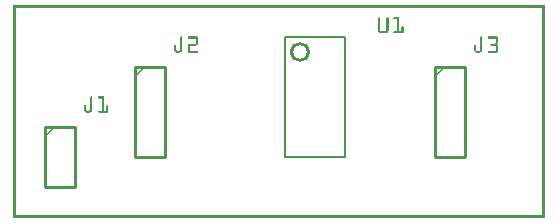
<source format=gto>
G04 MADE WITH FRITZING*
G04 WWW.FRITZING.ORG*
G04 DOUBLE SIDED*
G04 HOLES PLATED*
G04 CONTOUR ON CENTER OF CONTOUR VECTOR*
%ASAXBY*%
%FSLAX23Y23*%
%MOIN*%
%OFA0B0*%
%SFA1.0B1.0*%
%ADD10C,0.066567X0.046567*%
%ADD11C,0.010000*%
%ADD12C,0.008000*%
%ADD13R,0.001000X0.001000*%
%LNSILK1*%
G90*
G70*
G54D10*
X955Y555D03*
G54D11*
X105Y305D02*
X105Y105D01*
D02*
X105Y105D02*
X205Y105D01*
D02*
X205Y105D02*
X205Y305D01*
D02*
X205Y305D02*
X105Y305D01*
D02*
X405Y505D02*
X405Y205D01*
D02*
X405Y205D02*
X505Y205D01*
D02*
X505Y205D02*
X505Y505D01*
D02*
X505Y505D02*
X405Y505D01*
G54D12*
D02*
X1105Y605D02*
X1105Y205D01*
D02*
X1105Y605D02*
X945Y605D01*
D02*
X1105Y205D02*
X905Y205D01*
D02*
X905Y605D02*
X905Y205D01*
D02*
X905Y605D02*
X945Y605D01*
D02*
X945Y605D02*
X965Y605D01*
G54D11*
D02*
X1405Y505D02*
X1405Y205D01*
D02*
X1405Y205D02*
X1505Y205D01*
D02*
X1505Y205D02*
X1505Y505D01*
D02*
X1505Y505D02*
X1405Y505D01*
G54D13*
X0Y709D02*
X1770Y709D01*
X0Y708D02*
X1770Y708D01*
X0Y707D02*
X1770Y707D01*
X0Y706D02*
X1770Y706D01*
X0Y705D02*
X1770Y705D01*
X0Y704D02*
X1770Y704D01*
X0Y703D02*
X1770Y703D01*
X0Y702D02*
X1770Y702D01*
X0Y701D02*
X7Y701D01*
X1763Y701D02*
X1770Y701D01*
X0Y700D02*
X7Y700D01*
X1763Y700D02*
X1770Y700D01*
X0Y699D02*
X7Y699D01*
X1763Y699D02*
X1770Y699D01*
X0Y698D02*
X7Y698D01*
X1763Y698D02*
X1770Y698D01*
X0Y697D02*
X7Y697D01*
X1763Y697D02*
X1770Y697D01*
X0Y696D02*
X7Y696D01*
X1763Y696D02*
X1770Y696D01*
X0Y695D02*
X7Y695D01*
X1763Y695D02*
X1770Y695D01*
X0Y694D02*
X7Y694D01*
X1763Y694D02*
X1770Y694D01*
X0Y693D02*
X7Y693D01*
X1763Y693D02*
X1770Y693D01*
X0Y692D02*
X7Y692D01*
X1763Y692D02*
X1770Y692D01*
X0Y691D02*
X7Y691D01*
X1763Y691D02*
X1770Y691D01*
X0Y690D02*
X7Y690D01*
X1763Y690D02*
X1770Y690D01*
X0Y689D02*
X7Y689D01*
X1763Y689D02*
X1770Y689D01*
X0Y688D02*
X7Y688D01*
X1763Y688D02*
X1770Y688D01*
X0Y687D02*
X7Y687D01*
X1763Y687D02*
X1770Y687D01*
X0Y686D02*
X7Y686D01*
X1763Y686D02*
X1770Y686D01*
X0Y685D02*
X7Y685D01*
X1763Y685D02*
X1770Y685D01*
X0Y684D02*
X7Y684D01*
X1763Y684D02*
X1770Y684D01*
X0Y683D02*
X7Y683D01*
X1763Y683D02*
X1770Y683D01*
X0Y682D02*
X7Y682D01*
X1763Y682D02*
X1770Y682D01*
X0Y681D02*
X7Y681D01*
X1763Y681D02*
X1770Y681D01*
X0Y680D02*
X7Y680D01*
X1763Y680D02*
X1770Y680D01*
X0Y679D02*
X7Y679D01*
X1763Y679D02*
X1770Y679D01*
X0Y678D02*
X7Y678D01*
X1763Y678D02*
X1770Y678D01*
X0Y677D02*
X7Y677D01*
X1763Y677D02*
X1770Y677D01*
X0Y676D02*
X7Y676D01*
X1763Y676D02*
X1770Y676D01*
X0Y675D02*
X7Y675D01*
X1763Y675D02*
X1770Y675D01*
X0Y674D02*
X7Y674D01*
X1763Y674D02*
X1770Y674D01*
X0Y673D02*
X7Y673D01*
X1763Y673D02*
X1770Y673D01*
X0Y672D02*
X7Y672D01*
X1763Y672D02*
X1770Y672D01*
X0Y671D02*
X7Y671D01*
X1763Y671D02*
X1770Y671D01*
X0Y670D02*
X7Y670D01*
X1763Y670D02*
X1770Y670D01*
X0Y669D02*
X7Y669D01*
X1218Y669D02*
X1220Y669D01*
X1246Y669D02*
X1248Y669D01*
X1268Y669D02*
X1286Y669D01*
X1763Y669D02*
X1770Y669D01*
X0Y668D02*
X7Y668D01*
X1217Y668D02*
X1222Y668D01*
X1245Y668D02*
X1249Y668D01*
X1267Y668D02*
X1286Y668D01*
X1763Y668D02*
X1770Y668D01*
X0Y667D02*
X7Y667D01*
X1217Y667D02*
X1222Y667D01*
X1244Y667D02*
X1250Y667D01*
X1267Y667D02*
X1286Y667D01*
X1763Y667D02*
X1770Y667D01*
X0Y666D02*
X7Y666D01*
X1216Y666D02*
X1222Y666D01*
X1244Y666D02*
X1250Y666D01*
X1266Y666D02*
X1286Y666D01*
X1763Y666D02*
X1770Y666D01*
X0Y665D02*
X7Y665D01*
X1216Y665D02*
X1222Y665D01*
X1244Y665D02*
X1250Y665D01*
X1267Y665D02*
X1286Y665D01*
X1763Y665D02*
X1770Y665D01*
X0Y664D02*
X7Y664D01*
X1216Y664D02*
X1222Y664D01*
X1244Y664D02*
X1250Y664D01*
X1267Y664D02*
X1286Y664D01*
X1763Y664D02*
X1770Y664D01*
X0Y663D02*
X7Y663D01*
X1216Y663D02*
X1222Y663D01*
X1244Y663D02*
X1250Y663D01*
X1268Y663D02*
X1286Y663D01*
X1763Y663D02*
X1770Y663D01*
X0Y662D02*
X7Y662D01*
X1216Y662D02*
X1222Y662D01*
X1244Y662D02*
X1250Y662D01*
X1280Y662D02*
X1286Y662D01*
X1763Y662D02*
X1770Y662D01*
X0Y661D02*
X7Y661D01*
X1216Y661D02*
X1222Y661D01*
X1244Y661D02*
X1250Y661D01*
X1280Y661D02*
X1286Y661D01*
X1763Y661D02*
X1770Y661D01*
X0Y660D02*
X7Y660D01*
X1216Y660D02*
X1222Y660D01*
X1244Y660D02*
X1250Y660D01*
X1280Y660D02*
X1286Y660D01*
X1763Y660D02*
X1770Y660D01*
X0Y659D02*
X7Y659D01*
X1216Y659D02*
X1222Y659D01*
X1244Y659D02*
X1250Y659D01*
X1280Y659D02*
X1286Y659D01*
X1763Y659D02*
X1770Y659D01*
X0Y658D02*
X7Y658D01*
X1216Y658D02*
X1222Y658D01*
X1244Y658D02*
X1250Y658D01*
X1280Y658D02*
X1286Y658D01*
X1763Y658D02*
X1770Y658D01*
X0Y657D02*
X7Y657D01*
X1216Y657D02*
X1222Y657D01*
X1244Y657D02*
X1250Y657D01*
X1280Y657D02*
X1286Y657D01*
X1763Y657D02*
X1770Y657D01*
X0Y656D02*
X7Y656D01*
X1216Y656D02*
X1222Y656D01*
X1244Y656D02*
X1250Y656D01*
X1280Y656D02*
X1286Y656D01*
X1763Y656D02*
X1770Y656D01*
X0Y655D02*
X7Y655D01*
X1216Y655D02*
X1222Y655D01*
X1244Y655D02*
X1250Y655D01*
X1280Y655D02*
X1286Y655D01*
X1763Y655D02*
X1770Y655D01*
X0Y654D02*
X7Y654D01*
X1216Y654D02*
X1222Y654D01*
X1244Y654D02*
X1250Y654D01*
X1280Y654D02*
X1286Y654D01*
X1763Y654D02*
X1770Y654D01*
X0Y653D02*
X7Y653D01*
X1216Y653D02*
X1222Y653D01*
X1244Y653D02*
X1250Y653D01*
X1280Y653D02*
X1286Y653D01*
X1763Y653D02*
X1770Y653D01*
X0Y652D02*
X7Y652D01*
X1216Y652D02*
X1222Y652D01*
X1244Y652D02*
X1250Y652D01*
X1280Y652D02*
X1286Y652D01*
X1763Y652D02*
X1770Y652D01*
X0Y651D02*
X7Y651D01*
X1216Y651D02*
X1222Y651D01*
X1244Y651D02*
X1250Y651D01*
X1280Y651D02*
X1286Y651D01*
X1763Y651D02*
X1770Y651D01*
X0Y650D02*
X7Y650D01*
X1216Y650D02*
X1222Y650D01*
X1244Y650D02*
X1250Y650D01*
X1280Y650D02*
X1286Y650D01*
X1763Y650D02*
X1770Y650D01*
X0Y649D02*
X7Y649D01*
X1216Y649D02*
X1222Y649D01*
X1244Y649D02*
X1250Y649D01*
X1280Y649D02*
X1286Y649D01*
X1763Y649D02*
X1770Y649D01*
X0Y648D02*
X7Y648D01*
X1216Y648D02*
X1222Y648D01*
X1244Y648D02*
X1250Y648D01*
X1280Y648D02*
X1286Y648D01*
X1763Y648D02*
X1770Y648D01*
X0Y647D02*
X7Y647D01*
X1216Y647D02*
X1222Y647D01*
X1244Y647D02*
X1250Y647D01*
X1280Y647D02*
X1286Y647D01*
X1763Y647D02*
X1770Y647D01*
X0Y646D02*
X7Y646D01*
X1216Y646D02*
X1222Y646D01*
X1244Y646D02*
X1250Y646D01*
X1280Y646D02*
X1286Y646D01*
X1763Y646D02*
X1770Y646D01*
X0Y645D02*
X7Y645D01*
X1216Y645D02*
X1222Y645D01*
X1244Y645D02*
X1250Y645D01*
X1280Y645D02*
X1286Y645D01*
X1763Y645D02*
X1770Y645D01*
X0Y644D02*
X7Y644D01*
X1216Y644D02*
X1222Y644D01*
X1244Y644D02*
X1250Y644D01*
X1280Y644D02*
X1286Y644D01*
X1763Y644D02*
X1770Y644D01*
X0Y643D02*
X7Y643D01*
X1216Y643D02*
X1222Y643D01*
X1244Y643D02*
X1250Y643D01*
X1280Y643D02*
X1286Y643D01*
X1763Y643D02*
X1770Y643D01*
X0Y642D02*
X7Y642D01*
X1216Y642D02*
X1222Y642D01*
X1244Y642D02*
X1250Y642D01*
X1280Y642D02*
X1286Y642D01*
X1763Y642D02*
X1770Y642D01*
X0Y641D02*
X7Y641D01*
X1216Y641D02*
X1222Y641D01*
X1244Y641D02*
X1250Y641D01*
X1280Y641D02*
X1286Y641D01*
X1763Y641D02*
X1770Y641D01*
X0Y640D02*
X7Y640D01*
X1216Y640D02*
X1222Y640D01*
X1244Y640D02*
X1250Y640D01*
X1280Y640D02*
X1286Y640D01*
X1763Y640D02*
X1770Y640D01*
X0Y639D02*
X7Y639D01*
X1216Y639D02*
X1222Y639D01*
X1244Y639D02*
X1250Y639D01*
X1280Y639D02*
X1286Y639D01*
X1295Y639D02*
X1299Y639D01*
X1763Y639D02*
X1770Y639D01*
X0Y638D02*
X7Y638D01*
X1216Y638D02*
X1222Y638D01*
X1244Y638D02*
X1250Y638D01*
X1280Y638D02*
X1286Y638D01*
X1294Y638D02*
X1300Y638D01*
X1763Y638D02*
X1770Y638D01*
X0Y637D02*
X7Y637D01*
X1216Y637D02*
X1222Y637D01*
X1244Y637D02*
X1250Y637D01*
X1280Y637D02*
X1286Y637D01*
X1294Y637D02*
X1300Y637D01*
X1763Y637D02*
X1770Y637D01*
X0Y636D02*
X7Y636D01*
X1216Y636D02*
X1222Y636D01*
X1244Y636D02*
X1250Y636D01*
X1280Y636D02*
X1286Y636D01*
X1294Y636D02*
X1300Y636D01*
X1763Y636D02*
X1770Y636D01*
X0Y635D02*
X7Y635D01*
X1216Y635D02*
X1222Y635D01*
X1244Y635D02*
X1250Y635D01*
X1280Y635D02*
X1286Y635D01*
X1294Y635D02*
X1300Y635D01*
X1763Y635D02*
X1770Y635D01*
X0Y634D02*
X7Y634D01*
X1216Y634D02*
X1222Y634D01*
X1244Y634D02*
X1250Y634D01*
X1280Y634D02*
X1286Y634D01*
X1294Y634D02*
X1300Y634D01*
X1763Y634D02*
X1770Y634D01*
X0Y633D02*
X7Y633D01*
X1216Y633D02*
X1222Y633D01*
X1244Y633D02*
X1250Y633D01*
X1280Y633D02*
X1286Y633D01*
X1294Y633D02*
X1300Y633D01*
X1763Y633D02*
X1770Y633D01*
X0Y632D02*
X7Y632D01*
X1216Y632D02*
X1222Y632D01*
X1244Y632D02*
X1250Y632D01*
X1280Y632D02*
X1286Y632D01*
X1294Y632D02*
X1300Y632D01*
X1763Y632D02*
X1770Y632D01*
X0Y631D02*
X7Y631D01*
X1216Y631D02*
X1222Y631D01*
X1244Y631D02*
X1250Y631D01*
X1280Y631D02*
X1286Y631D01*
X1294Y631D02*
X1300Y631D01*
X1763Y631D02*
X1770Y631D01*
X0Y630D02*
X7Y630D01*
X1216Y630D02*
X1222Y630D01*
X1244Y630D02*
X1250Y630D01*
X1280Y630D02*
X1286Y630D01*
X1294Y630D02*
X1300Y630D01*
X1763Y630D02*
X1770Y630D01*
X0Y629D02*
X7Y629D01*
X1216Y629D02*
X1222Y629D01*
X1244Y629D02*
X1250Y629D01*
X1280Y629D02*
X1286Y629D01*
X1294Y629D02*
X1300Y629D01*
X1763Y629D02*
X1770Y629D01*
X0Y628D02*
X7Y628D01*
X1216Y628D02*
X1222Y628D01*
X1244Y628D02*
X1250Y628D01*
X1280Y628D02*
X1286Y628D01*
X1294Y628D02*
X1300Y628D01*
X1763Y628D02*
X1770Y628D01*
X0Y627D02*
X7Y627D01*
X1216Y627D02*
X1222Y627D01*
X1244Y627D02*
X1250Y627D01*
X1280Y627D02*
X1286Y627D01*
X1294Y627D02*
X1300Y627D01*
X1763Y627D02*
X1770Y627D01*
X0Y626D02*
X7Y626D01*
X1216Y626D02*
X1222Y626D01*
X1244Y626D02*
X1250Y626D01*
X1280Y626D02*
X1286Y626D01*
X1294Y626D02*
X1300Y626D01*
X1763Y626D02*
X1770Y626D01*
X0Y625D02*
X7Y625D01*
X1216Y625D02*
X1223Y625D01*
X1244Y625D02*
X1250Y625D01*
X1280Y625D02*
X1286Y625D01*
X1294Y625D02*
X1300Y625D01*
X1763Y625D02*
X1770Y625D01*
X0Y624D02*
X7Y624D01*
X1217Y624D02*
X1223Y624D01*
X1243Y624D02*
X1250Y624D01*
X1280Y624D02*
X1286Y624D01*
X1294Y624D02*
X1300Y624D01*
X1763Y624D02*
X1770Y624D01*
X0Y623D02*
X7Y623D01*
X1217Y623D02*
X1224Y623D01*
X1242Y623D02*
X1250Y623D01*
X1280Y623D02*
X1286Y623D01*
X1294Y623D02*
X1300Y623D01*
X1763Y623D02*
X1770Y623D01*
X0Y622D02*
X7Y622D01*
X1217Y622D02*
X1249Y622D01*
X1268Y622D02*
X1300Y622D01*
X1763Y622D02*
X1770Y622D01*
X0Y621D02*
X7Y621D01*
X1218Y621D02*
X1249Y621D01*
X1267Y621D02*
X1300Y621D01*
X1763Y621D02*
X1770Y621D01*
X0Y620D02*
X7Y620D01*
X1218Y620D02*
X1248Y620D01*
X1267Y620D02*
X1300Y620D01*
X1763Y620D02*
X1770Y620D01*
X0Y619D02*
X7Y619D01*
X1219Y619D02*
X1247Y619D01*
X1266Y619D02*
X1300Y619D01*
X1763Y619D02*
X1770Y619D01*
X0Y618D02*
X7Y618D01*
X1220Y618D02*
X1246Y618D01*
X1267Y618D02*
X1300Y618D01*
X1763Y618D02*
X1770Y618D01*
X0Y617D02*
X7Y617D01*
X1221Y617D02*
X1245Y617D01*
X1267Y617D02*
X1299Y617D01*
X1763Y617D02*
X1770Y617D01*
X0Y616D02*
X7Y616D01*
X1223Y616D02*
X1243Y616D01*
X1268Y616D02*
X1298Y616D01*
X1763Y616D02*
X1770Y616D01*
X0Y615D02*
X7Y615D01*
X1763Y615D02*
X1770Y615D01*
X0Y614D02*
X7Y614D01*
X1763Y614D02*
X1770Y614D01*
X0Y613D02*
X7Y613D01*
X1763Y613D02*
X1770Y613D01*
X0Y612D02*
X7Y612D01*
X1763Y612D02*
X1770Y612D01*
X0Y611D02*
X7Y611D01*
X1763Y611D02*
X1770Y611D01*
X0Y610D02*
X7Y610D01*
X1763Y610D02*
X1770Y610D01*
X0Y609D02*
X7Y609D01*
X1763Y609D02*
X1770Y609D01*
X0Y608D02*
X7Y608D01*
X1763Y608D02*
X1770Y608D01*
X0Y607D02*
X7Y607D01*
X1763Y607D02*
X1770Y607D01*
X0Y606D02*
X7Y606D01*
X1763Y606D02*
X1770Y606D01*
X0Y605D02*
X7Y605D01*
X558Y605D02*
X561Y605D01*
X584Y605D02*
X612Y605D01*
X1558Y605D02*
X1561Y605D01*
X1584Y605D02*
X1611Y605D01*
X1763Y605D02*
X1770Y605D01*
X0Y604D02*
X7Y604D01*
X557Y604D02*
X562Y604D01*
X583Y604D02*
X613Y604D01*
X1557Y604D02*
X1562Y604D01*
X1583Y604D02*
X1613Y604D01*
X1763Y604D02*
X1770Y604D01*
X0Y603D02*
X7Y603D01*
X557Y603D02*
X563Y603D01*
X583Y603D02*
X614Y603D01*
X1557Y603D02*
X1562Y603D01*
X1582Y603D02*
X1614Y603D01*
X1763Y603D02*
X1770Y603D01*
X0Y602D02*
X7Y602D01*
X557Y602D02*
X563Y602D01*
X583Y602D02*
X615Y602D01*
X1556Y602D02*
X1562Y602D01*
X1582Y602D02*
X1615Y602D01*
X1763Y602D02*
X1770Y602D01*
X0Y601D02*
X7Y601D01*
X557Y601D02*
X563Y601D01*
X583Y601D02*
X616Y601D01*
X1556Y601D02*
X1562Y601D01*
X1582Y601D02*
X1615Y601D01*
X1763Y601D02*
X1770Y601D01*
X0Y600D02*
X7Y600D01*
X557Y600D02*
X563Y600D01*
X583Y600D02*
X616Y600D01*
X1556Y600D02*
X1562Y600D01*
X1583Y600D02*
X1616Y600D01*
X1763Y600D02*
X1770Y600D01*
X0Y599D02*
X7Y599D01*
X557Y599D02*
X563Y599D01*
X584Y599D02*
X616Y599D01*
X1556Y599D02*
X1562Y599D01*
X1584Y599D02*
X1616Y599D01*
X1763Y599D02*
X1770Y599D01*
X0Y598D02*
X7Y598D01*
X557Y598D02*
X563Y598D01*
X610Y598D02*
X616Y598D01*
X1556Y598D02*
X1562Y598D01*
X1610Y598D02*
X1616Y598D01*
X1763Y598D02*
X1770Y598D01*
X0Y597D02*
X7Y597D01*
X557Y597D02*
X563Y597D01*
X610Y597D02*
X616Y597D01*
X1556Y597D02*
X1562Y597D01*
X1610Y597D02*
X1616Y597D01*
X1763Y597D02*
X1770Y597D01*
X0Y596D02*
X7Y596D01*
X557Y596D02*
X563Y596D01*
X610Y596D02*
X616Y596D01*
X1556Y596D02*
X1562Y596D01*
X1610Y596D02*
X1616Y596D01*
X1763Y596D02*
X1770Y596D01*
X0Y595D02*
X7Y595D01*
X557Y595D02*
X563Y595D01*
X610Y595D02*
X616Y595D01*
X1556Y595D02*
X1562Y595D01*
X1610Y595D02*
X1616Y595D01*
X1763Y595D02*
X1770Y595D01*
X0Y594D02*
X7Y594D01*
X557Y594D02*
X563Y594D01*
X610Y594D02*
X616Y594D01*
X1556Y594D02*
X1562Y594D01*
X1610Y594D02*
X1616Y594D01*
X1763Y594D02*
X1770Y594D01*
X0Y593D02*
X7Y593D01*
X557Y593D02*
X563Y593D01*
X610Y593D02*
X616Y593D01*
X1556Y593D02*
X1562Y593D01*
X1610Y593D02*
X1616Y593D01*
X1763Y593D02*
X1770Y593D01*
X0Y592D02*
X7Y592D01*
X557Y592D02*
X563Y592D01*
X610Y592D02*
X616Y592D01*
X1556Y592D02*
X1562Y592D01*
X1610Y592D02*
X1616Y592D01*
X1763Y592D02*
X1770Y592D01*
X0Y591D02*
X7Y591D01*
X557Y591D02*
X563Y591D01*
X610Y591D02*
X616Y591D01*
X1556Y591D02*
X1562Y591D01*
X1610Y591D02*
X1616Y591D01*
X1763Y591D02*
X1770Y591D01*
X0Y590D02*
X7Y590D01*
X557Y590D02*
X563Y590D01*
X610Y590D02*
X616Y590D01*
X1556Y590D02*
X1562Y590D01*
X1610Y590D02*
X1616Y590D01*
X1763Y590D02*
X1770Y590D01*
X0Y589D02*
X7Y589D01*
X557Y589D02*
X563Y589D01*
X610Y589D02*
X616Y589D01*
X1556Y589D02*
X1562Y589D01*
X1610Y589D02*
X1616Y589D01*
X1763Y589D02*
X1770Y589D01*
X0Y588D02*
X7Y588D01*
X557Y588D02*
X563Y588D01*
X610Y588D02*
X616Y588D01*
X1556Y588D02*
X1562Y588D01*
X1610Y588D02*
X1616Y588D01*
X1763Y588D02*
X1770Y588D01*
X0Y587D02*
X7Y587D01*
X557Y587D02*
X563Y587D01*
X610Y587D02*
X616Y587D01*
X1556Y587D02*
X1562Y587D01*
X1610Y587D02*
X1616Y587D01*
X1763Y587D02*
X1770Y587D01*
X0Y586D02*
X7Y586D01*
X557Y586D02*
X563Y586D01*
X610Y586D02*
X616Y586D01*
X1556Y586D02*
X1562Y586D01*
X1610Y586D02*
X1616Y586D01*
X1763Y586D02*
X1770Y586D01*
X0Y585D02*
X7Y585D01*
X557Y585D02*
X563Y585D01*
X610Y585D02*
X616Y585D01*
X1556Y585D02*
X1562Y585D01*
X1610Y585D02*
X1616Y585D01*
X1763Y585D02*
X1770Y585D01*
X0Y584D02*
X7Y584D01*
X557Y584D02*
X563Y584D01*
X610Y584D02*
X616Y584D01*
X1556Y584D02*
X1562Y584D01*
X1609Y584D02*
X1616Y584D01*
X1763Y584D02*
X1770Y584D01*
X0Y583D02*
X7Y583D01*
X557Y583D02*
X563Y583D01*
X610Y583D02*
X616Y583D01*
X1556Y583D02*
X1562Y583D01*
X1609Y583D02*
X1615Y583D01*
X1763Y583D02*
X1770Y583D01*
X0Y582D02*
X7Y582D01*
X557Y582D02*
X563Y582D01*
X610Y582D02*
X616Y582D01*
X1556Y582D02*
X1562Y582D01*
X1606Y582D02*
X1615Y582D01*
X1763Y582D02*
X1770Y582D01*
X0Y581D02*
X7Y581D01*
X557Y581D02*
X563Y581D01*
X586Y581D02*
X616Y581D01*
X1556Y581D02*
X1562Y581D01*
X1590Y581D02*
X1615Y581D01*
X1763Y581D02*
X1770Y581D01*
X0Y580D02*
X7Y580D01*
X557Y580D02*
X563Y580D01*
X585Y580D02*
X616Y580D01*
X1556Y580D02*
X1562Y580D01*
X1590Y580D02*
X1614Y580D01*
X1763Y580D02*
X1770Y580D01*
X0Y579D02*
X7Y579D01*
X557Y579D02*
X563Y579D01*
X584Y579D02*
X615Y579D01*
X1556Y579D02*
X1562Y579D01*
X1589Y579D02*
X1613Y579D01*
X1763Y579D02*
X1770Y579D01*
X0Y578D02*
X7Y578D01*
X557Y578D02*
X563Y578D01*
X583Y578D02*
X615Y578D01*
X1556Y578D02*
X1562Y578D01*
X1589Y578D02*
X1613Y578D01*
X1763Y578D02*
X1770Y578D01*
X0Y577D02*
X7Y577D01*
X557Y577D02*
X563Y577D01*
X583Y577D02*
X614Y577D01*
X1556Y577D02*
X1562Y577D01*
X1589Y577D02*
X1614Y577D01*
X1763Y577D02*
X1770Y577D01*
X0Y576D02*
X7Y576D01*
X539Y576D02*
X539Y576D01*
X557Y576D02*
X563Y576D01*
X583Y576D02*
X613Y576D01*
X1539Y576D02*
X1539Y576D01*
X1556Y576D02*
X1562Y576D01*
X1590Y576D02*
X1615Y576D01*
X1763Y576D02*
X1770Y576D01*
X0Y575D02*
X7Y575D01*
X537Y575D02*
X541Y575D01*
X557Y575D02*
X563Y575D01*
X583Y575D02*
X609Y575D01*
X1537Y575D02*
X1541Y575D01*
X1556Y575D02*
X1562Y575D01*
X1593Y575D02*
X1615Y575D01*
X1763Y575D02*
X1770Y575D01*
X0Y574D02*
X7Y574D01*
X536Y574D02*
X542Y574D01*
X557Y574D02*
X563Y574D01*
X583Y574D02*
X589Y574D01*
X1536Y574D02*
X1541Y574D01*
X1556Y574D02*
X1562Y574D01*
X1609Y574D02*
X1615Y574D01*
X1763Y574D02*
X1770Y574D01*
X0Y573D02*
X7Y573D01*
X536Y573D02*
X542Y573D01*
X557Y573D02*
X563Y573D01*
X583Y573D02*
X589Y573D01*
X1536Y573D02*
X1542Y573D01*
X1556Y573D02*
X1562Y573D01*
X1609Y573D02*
X1616Y573D01*
X1763Y573D02*
X1770Y573D01*
X0Y572D02*
X7Y572D01*
X536Y572D02*
X542Y572D01*
X557Y572D02*
X563Y572D01*
X583Y572D02*
X589Y572D01*
X1536Y572D02*
X1542Y572D01*
X1556Y572D02*
X1562Y572D01*
X1610Y572D02*
X1616Y572D01*
X1763Y572D02*
X1770Y572D01*
X0Y571D02*
X7Y571D01*
X536Y571D02*
X542Y571D01*
X557Y571D02*
X563Y571D01*
X583Y571D02*
X589Y571D01*
X1536Y571D02*
X1542Y571D01*
X1556Y571D02*
X1562Y571D01*
X1610Y571D02*
X1616Y571D01*
X1763Y571D02*
X1770Y571D01*
X0Y570D02*
X7Y570D01*
X536Y570D02*
X542Y570D01*
X557Y570D02*
X563Y570D01*
X583Y570D02*
X589Y570D01*
X1536Y570D02*
X1542Y570D01*
X1556Y570D02*
X1562Y570D01*
X1610Y570D02*
X1616Y570D01*
X1763Y570D02*
X1770Y570D01*
X0Y569D02*
X7Y569D01*
X536Y569D02*
X542Y569D01*
X557Y569D02*
X563Y569D01*
X583Y569D02*
X589Y569D01*
X1536Y569D02*
X1542Y569D01*
X1556Y569D02*
X1562Y569D01*
X1610Y569D02*
X1616Y569D01*
X1763Y569D02*
X1770Y569D01*
X0Y568D02*
X7Y568D01*
X536Y568D02*
X542Y568D01*
X557Y568D02*
X563Y568D01*
X583Y568D02*
X589Y568D01*
X1536Y568D02*
X1542Y568D01*
X1556Y568D02*
X1562Y568D01*
X1610Y568D02*
X1616Y568D01*
X1763Y568D02*
X1770Y568D01*
X0Y567D02*
X7Y567D01*
X536Y567D02*
X542Y567D01*
X557Y567D02*
X563Y567D01*
X583Y567D02*
X589Y567D01*
X1536Y567D02*
X1542Y567D01*
X1556Y567D02*
X1562Y567D01*
X1610Y567D02*
X1616Y567D01*
X1763Y567D02*
X1770Y567D01*
X0Y566D02*
X7Y566D01*
X536Y566D02*
X542Y566D01*
X557Y566D02*
X563Y566D01*
X583Y566D02*
X589Y566D01*
X1536Y566D02*
X1542Y566D01*
X1556Y566D02*
X1562Y566D01*
X1610Y566D02*
X1616Y566D01*
X1763Y566D02*
X1770Y566D01*
X0Y565D02*
X7Y565D01*
X536Y565D02*
X542Y565D01*
X557Y565D02*
X563Y565D01*
X583Y565D02*
X589Y565D01*
X1536Y565D02*
X1542Y565D01*
X1556Y565D02*
X1562Y565D01*
X1610Y565D02*
X1616Y565D01*
X1763Y565D02*
X1770Y565D01*
X0Y564D02*
X7Y564D01*
X536Y564D02*
X542Y564D01*
X557Y564D02*
X563Y564D01*
X583Y564D02*
X589Y564D01*
X1536Y564D02*
X1542Y564D01*
X1556Y564D02*
X1562Y564D01*
X1610Y564D02*
X1616Y564D01*
X1763Y564D02*
X1770Y564D01*
X0Y563D02*
X7Y563D01*
X536Y563D02*
X542Y563D01*
X557Y563D02*
X563Y563D01*
X583Y563D02*
X589Y563D01*
X1536Y563D02*
X1542Y563D01*
X1556Y563D02*
X1562Y563D01*
X1610Y563D02*
X1616Y563D01*
X1763Y563D02*
X1770Y563D01*
X0Y562D02*
X7Y562D01*
X536Y562D02*
X542Y562D01*
X557Y562D02*
X563Y562D01*
X583Y562D02*
X589Y562D01*
X1536Y562D02*
X1542Y562D01*
X1556Y562D02*
X1562Y562D01*
X1610Y562D02*
X1616Y562D01*
X1763Y562D02*
X1770Y562D01*
X0Y561D02*
X7Y561D01*
X536Y561D02*
X542Y561D01*
X557Y561D02*
X563Y561D01*
X583Y561D02*
X589Y561D01*
X1536Y561D02*
X1542Y561D01*
X1556Y561D02*
X1562Y561D01*
X1610Y561D02*
X1616Y561D01*
X1763Y561D02*
X1770Y561D01*
X0Y560D02*
X7Y560D01*
X536Y560D02*
X543Y560D01*
X556Y560D02*
X563Y560D01*
X583Y560D02*
X589Y560D01*
X1536Y560D02*
X1542Y560D01*
X1556Y560D02*
X1562Y560D01*
X1610Y560D02*
X1616Y560D01*
X1763Y560D02*
X1770Y560D01*
X0Y559D02*
X7Y559D01*
X536Y559D02*
X544Y559D01*
X555Y559D02*
X562Y559D01*
X583Y559D02*
X589Y559D01*
X1536Y559D02*
X1543Y559D01*
X1555Y559D02*
X1562Y559D01*
X1610Y559D02*
X1616Y559D01*
X1763Y559D02*
X1770Y559D01*
X0Y558D02*
X7Y558D01*
X537Y558D02*
X562Y558D01*
X583Y558D02*
X614Y558D01*
X1536Y558D02*
X1562Y558D01*
X1584Y558D02*
X1616Y558D01*
X1763Y558D02*
X1770Y558D01*
X0Y557D02*
X7Y557D01*
X537Y557D02*
X561Y557D01*
X583Y557D02*
X615Y557D01*
X1537Y557D02*
X1561Y557D01*
X1583Y557D02*
X1616Y557D01*
X1763Y557D02*
X1770Y557D01*
X0Y556D02*
X7Y556D01*
X538Y556D02*
X561Y556D01*
X583Y556D02*
X616Y556D01*
X1538Y556D02*
X1560Y556D01*
X1582Y556D02*
X1615Y556D01*
X1763Y556D02*
X1770Y556D01*
X0Y555D02*
X7Y555D01*
X539Y555D02*
X560Y555D01*
X583Y555D02*
X616Y555D01*
X1538Y555D02*
X1560Y555D01*
X1582Y555D02*
X1615Y555D01*
X1763Y555D02*
X1770Y555D01*
X0Y554D02*
X7Y554D01*
X540Y554D02*
X559Y554D01*
X583Y554D02*
X616Y554D01*
X1539Y554D02*
X1559Y554D01*
X1582Y554D02*
X1614Y554D01*
X1763Y554D02*
X1770Y554D01*
X0Y553D02*
X7Y553D01*
X541Y553D02*
X558Y553D01*
X583Y553D02*
X616Y553D01*
X1541Y553D02*
X1557Y553D01*
X1583Y553D02*
X1613Y553D01*
X1763Y553D02*
X1770Y553D01*
X0Y552D02*
X7Y552D01*
X543Y552D02*
X556Y552D01*
X583Y552D02*
X614Y552D01*
X1543Y552D02*
X1555Y552D01*
X1584Y552D02*
X1612Y552D01*
X1763Y552D02*
X1770Y552D01*
X0Y551D02*
X7Y551D01*
X1763Y551D02*
X1770Y551D01*
X0Y550D02*
X7Y550D01*
X1763Y550D02*
X1770Y550D01*
X0Y549D02*
X7Y549D01*
X1763Y549D02*
X1770Y549D01*
X0Y548D02*
X7Y548D01*
X1763Y548D02*
X1770Y548D01*
X0Y547D02*
X7Y547D01*
X1763Y547D02*
X1770Y547D01*
X0Y546D02*
X7Y546D01*
X1763Y546D02*
X1770Y546D01*
X0Y545D02*
X7Y545D01*
X1763Y545D02*
X1770Y545D01*
X0Y544D02*
X7Y544D01*
X1763Y544D02*
X1770Y544D01*
X0Y543D02*
X7Y543D01*
X1763Y543D02*
X1770Y543D01*
X0Y542D02*
X7Y542D01*
X1763Y542D02*
X1770Y542D01*
X0Y541D02*
X7Y541D01*
X1763Y541D02*
X1770Y541D01*
X0Y540D02*
X7Y540D01*
X1763Y540D02*
X1770Y540D01*
X0Y539D02*
X7Y539D01*
X1763Y539D02*
X1770Y539D01*
X0Y538D02*
X7Y538D01*
X1763Y538D02*
X1770Y538D01*
X0Y537D02*
X7Y537D01*
X1763Y537D02*
X1770Y537D01*
X0Y536D02*
X7Y536D01*
X1763Y536D02*
X1770Y536D01*
X0Y535D02*
X7Y535D01*
X1763Y535D02*
X1770Y535D01*
X0Y534D02*
X7Y534D01*
X1763Y534D02*
X1770Y534D01*
X0Y533D02*
X7Y533D01*
X1763Y533D02*
X1770Y533D01*
X0Y532D02*
X7Y532D01*
X1763Y532D02*
X1770Y532D01*
X0Y531D02*
X7Y531D01*
X1763Y531D02*
X1770Y531D01*
X0Y530D02*
X7Y530D01*
X1763Y530D02*
X1770Y530D01*
X0Y529D02*
X7Y529D01*
X1763Y529D02*
X1770Y529D01*
X0Y528D02*
X7Y528D01*
X1763Y528D02*
X1770Y528D01*
X0Y527D02*
X7Y527D01*
X1763Y527D02*
X1770Y527D01*
X0Y526D02*
X7Y526D01*
X1763Y526D02*
X1770Y526D01*
X0Y525D02*
X7Y525D01*
X1763Y525D02*
X1770Y525D01*
X0Y524D02*
X7Y524D01*
X1763Y524D02*
X1770Y524D01*
X0Y523D02*
X7Y523D01*
X1763Y523D02*
X1770Y523D01*
X0Y522D02*
X7Y522D01*
X1763Y522D02*
X1770Y522D01*
X0Y521D02*
X7Y521D01*
X1763Y521D02*
X1770Y521D01*
X0Y520D02*
X7Y520D01*
X1763Y520D02*
X1770Y520D01*
X0Y519D02*
X7Y519D01*
X1763Y519D02*
X1770Y519D01*
X0Y518D02*
X7Y518D01*
X1763Y518D02*
X1770Y518D01*
X0Y517D02*
X7Y517D01*
X1763Y517D02*
X1770Y517D01*
X0Y516D02*
X7Y516D01*
X1763Y516D02*
X1770Y516D01*
X0Y515D02*
X7Y515D01*
X1763Y515D02*
X1770Y515D01*
X0Y514D02*
X7Y514D01*
X1763Y514D02*
X1770Y514D01*
X0Y513D02*
X7Y513D01*
X1763Y513D02*
X1770Y513D01*
X0Y512D02*
X7Y512D01*
X1763Y512D02*
X1770Y512D01*
X0Y511D02*
X7Y511D01*
X1763Y511D02*
X1770Y511D01*
X0Y510D02*
X7Y510D01*
X1763Y510D02*
X1770Y510D01*
X0Y509D02*
X7Y509D01*
X1763Y509D02*
X1770Y509D01*
X0Y508D02*
X7Y508D01*
X1763Y508D02*
X1770Y508D01*
X0Y507D02*
X7Y507D01*
X438Y507D02*
X438Y507D01*
X1437Y507D02*
X1437Y507D01*
X1763Y507D02*
X1770Y507D01*
X0Y506D02*
X7Y506D01*
X437Y506D02*
X439Y506D01*
X1436Y506D02*
X1438Y506D01*
X1763Y506D02*
X1770Y506D01*
X0Y505D02*
X7Y505D01*
X436Y505D02*
X440Y505D01*
X1435Y505D02*
X1439Y505D01*
X1763Y505D02*
X1770Y505D01*
X0Y504D02*
X7Y504D01*
X435Y504D02*
X440Y504D01*
X1434Y504D02*
X1440Y504D01*
X1763Y504D02*
X1770Y504D01*
X0Y503D02*
X7Y503D01*
X434Y503D02*
X440Y503D01*
X1433Y503D02*
X1439Y503D01*
X1763Y503D02*
X1770Y503D01*
X0Y502D02*
X7Y502D01*
X433Y502D02*
X439Y502D01*
X1432Y502D02*
X1438Y502D01*
X1763Y502D02*
X1770Y502D01*
X0Y501D02*
X7Y501D01*
X432Y501D02*
X438Y501D01*
X1431Y501D02*
X1437Y501D01*
X1763Y501D02*
X1770Y501D01*
X0Y500D02*
X7Y500D01*
X431Y500D02*
X437Y500D01*
X1430Y500D02*
X1436Y500D01*
X1763Y500D02*
X1770Y500D01*
X0Y499D02*
X7Y499D01*
X430Y499D02*
X436Y499D01*
X1429Y499D02*
X1435Y499D01*
X1763Y499D02*
X1770Y499D01*
X0Y498D02*
X7Y498D01*
X429Y498D02*
X435Y498D01*
X1428Y498D02*
X1434Y498D01*
X1763Y498D02*
X1770Y498D01*
X0Y497D02*
X7Y497D01*
X428Y497D02*
X434Y497D01*
X1427Y497D02*
X1433Y497D01*
X1763Y497D02*
X1770Y497D01*
X0Y496D02*
X7Y496D01*
X427Y496D02*
X433Y496D01*
X1426Y496D02*
X1432Y496D01*
X1763Y496D02*
X1770Y496D01*
X0Y495D02*
X7Y495D01*
X426Y495D02*
X432Y495D01*
X1425Y495D02*
X1431Y495D01*
X1763Y495D02*
X1770Y495D01*
X0Y494D02*
X7Y494D01*
X425Y494D02*
X431Y494D01*
X1424Y494D02*
X1430Y494D01*
X1763Y494D02*
X1770Y494D01*
X0Y493D02*
X7Y493D01*
X424Y493D02*
X430Y493D01*
X1423Y493D02*
X1429Y493D01*
X1763Y493D02*
X1770Y493D01*
X0Y492D02*
X7Y492D01*
X423Y492D02*
X429Y492D01*
X1422Y492D02*
X1428Y492D01*
X1763Y492D02*
X1770Y492D01*
X0Y491D02*
X7Y491D01*
X422Y491D02*
X428Y491D01*
X1421Y491D02*
X1427Y491D01*
X1763Y491D02*
X1770Y491D01*
X0Y490D02*
X7Y490D01*
X421Y490D02*
X426Y490D01*
X1420Y490D02*
X1426Y490D01*
X1763Y490D02*
X1770Y490D01*
X0Y489D02*
X7Y489D01*
X420Y489D02*
X425Y489D01*
X1419Y489D02*
X1425Y489D01*
X1763Y489D02*
X1770Y489D01*
X0Y488D02*
X7Y488D01*
X419Y488D02*
X424Y488D01*
X1418Y488D02*
X1424Y488D01*
X1763Y488D02*
X1770Y488D01*
X0Y487D02*
X7Y487D01*
X418Y487D02*
X423Y487D01*
X1417Y487D02*
X1422Y487D01*
X1763Y487D02*
X1770Y487D01*
X0Y486D02*
X7Y486D01*
X417Y486D02*
X422Y486D01*
X1416Y486D02*
X1422Y486D01*
X1763Y486D02*
X1770Y486D01*
X0Y485D02*
X7Y485D01*
X416Y485D02*
X421Y485D01*
X1415Y485D02*
X1421Y485D01*
X1763Y485D02*
X1770Y485D01*
X0Y484D02*
X7Y484D01*
X415Y484D02*
X420Y484D01*
X1414Y484D02*
X1420Y484D01*
X1763Y484D02*
X1770Y484D01*
X0Y483D02*
X7Y483D01*
X414Y483D02*
X419Y483D01*
X1413Y483D02*
X1419Y483D01*
X1763Y483D02*
X1770Y483D01*
X0Y482D02*
X7Y482D01*
X413Y482D02*
X419Y482D01*
X1412Y482D02*
X1418Y482D01*
X1763Y482D02*
X1770Y482D01*
X0Y481D02*
X7Y481D01*
X412Y481D02*
X418Y481D01*
X1411Y481D02*
X1417Y481D01*
X1763Y481D02*
X1770Y481D01*
X0Y480D02*
X7Y480D01*
X411Y480D02*
X417Y480D01*
X1410Y480D02*
X1416Y480D01*
X1763Y480D02*
X1770Y480D01*
X0Y479D02*
X7Y479D01*
X410Y479D02*
X416Y479D01*
X1409Y479D02*
X1415Y479D01*
X1763Y479D02*
X1770Y479D01*
X0Y478D02*
X7Y478D01*
X409Y478D02*
X415Y478D01*
X1408Y478D02*
X1414Y478D01*
X1763Y478D02*
X1770Y478D01*
X0Y477D02*
X7Y477D01*
X408Y477D02*
X414Y477D01*
X1407Y477D02*
X1413Y477D01*
X1763Y477D02*
X1770Y477D01*
X0Y476D02*
X7Y476D01*
X407Y476D02*
X413Y476D01*
X1406Y476D02*
X1412Y476D01*
X1763Y476D02*
X1770Y476D01*
X0Y475D02*
X7Y475D01*
X406Y475D02*
X412Y475D01*
X1405Y475D02*
X1411Y475D01*
X1763Y475D02*
X1770Y475D01*
X0Y474D02*
X7Y474D01*
X405Y474D02*
X411Y474D01*
X1404Y474D02*
X1410Y474D01*
X1763Y474D02*
X1770Y474D01*
X0Y473D02*
X7Y473D01*
X404Y473D02*
X410Y473D01*
X1403Y473D02*
X1409Y473D01*
X1763Y473D02*
X1770Y473D01*
X0Y472D02*
X7Y472D01*
X404Y472D02*
X409Y472D01*
X1403Y472D02*
X1408Y472D01*
X1763Y472D02*
X1770Y472D01*
X0Y471D02*
X7Y471D01*
X405Y471D02*
X408Y471D01*
X1404Y471D02*
X1407Y471D01*
X1763Y471D02*
X1770Y471D01*
X0Y470D02*
X7Y470D01*
X406Y470D02*
X407Y470D01*
X1405Y470D02*
X1406Y470D01*
X1763Y470D02*
X1770Y470D01*
X0Y469D02*
X7Y469D01*
X1763Y469D02*
X1770Y469D01*
X0Y468D02*
X7Y468D01*
X1763Y468D02*
X1770Y468D01*
X0Y467D02*
X7Y467D01*
X1763Y467D02*
X1770Y467D01*
X0Y466D02*
X7Y466D01*
X1763Y466D02*
X1770Y466D01*
X0Y465D02*
X7Y465D01*
X1763Y465D02*
X1770Y465D01*
X0Y464D02*
X7Y464D01*
X1763Y464D02*
X1770Y464D01*
X0Y463D02*
X7Y463D01*
X1763Y463D02*
X1770Y463D01*
X0Y462D02*
X7Y462D01*
X1763Y462D02*
X1770Y462D01*
X0Y461D02*
X7Y461D01*
X1763Y461D02*
X1770Y461D01*
X0Y460D02*
X7Y460D01*
X1763Y460D02*
X1770Y460D01*
X0Y459D02*
X7Y459D01*
X1763Y459D02*
X1770Y459D01*
X0Y458D02*
X7Y458D01*
X1763Y458D02*
X1770Y458D01*
X0Y457D02*
X7Y457D01*
X1763Y457D02*
X1770Y457D01*
X0Y456D02*
X7Y456D01*
X1763Y456D02*
X1770Y456D01*
X0Y455D02*
X7Y455D01*
X1763Y455D02*
X1770Y455D01*
X0Y454D02*
X7Y454D01*
X1763Y454D02*
X1770Y454D01*
X0Y453D02*
X7Y453D01*
X1763Y453D02*
X1770Y453D01*
X0Y452D02*
X7Y452D01*
X1763Y452D02*
X1770Y452D01*
X0Y451D02*
X7Y451D01*
X1763Y451D02*
X1770Y451D01*
X0Y450D02*
X7Y450D01*
X1763Y450D02*
X1770Y450D01*
X0Y449D02*
X7Y449D01*
X1763Y449D02*
X1770Y449D01*
X0Y448D02*
X7Y448D01*
X1763Y448D02*
X1770Y448D01*
X0Y447D02*
X7Y447D01*
X1763Y447D02*
X1770Y447D01*
X0Y446D02*
X7Y446D01*
X1763Y446D02*
X1770Y446D01*
X0Y445D02*
X7Y445D01*
X1763Y445D02*
X1770Y445D01*
X0Y444D02*
X7Y444D01*
X1763Y444D02*
X1770Y444D01*
X0Y443D02*
X7Y443D01*
X1763Y443D02*
X1770Y443D01*
X0Y442D02*
X7Y442D01*
X1763Y442D02*
X1770Y442D01*
X0Y441D02*
X7Y441D01*
X1763Y441D02*
X1770Y441D01*
X0Y440D02*
X7Y440D01*
X1763Y440D02*
X1770Y440D01*
X0Y439D02*
X7Y439D01*
X1763Y439D02*
X1770Y439D01*
X0Y438D02*
X7Y438D01*
X1763Y438D02*
X1770Y438D01*
X0Y437D02*
X7Y437D01*
X1763Y437D02*
X1770Y437D01*
X0Y436D02*
X7Y436D01*
X1763Y436D02*
X1770Y436D01*
X0Y435D02*
X7Y435D01*
X1763Y435D02*
X1770Y435D01*
X0Y434D02*
X7Y434D01*
X1763Y434D02*
X1770Y434D01*
X0Y433D02*
X7Y433D01*
X1763Y433D02*
X1770Y433D01*
X0Y432D02*
X7Y432D01*
X1763Y432D02*
X1770Y432D01*
X0Y431D02*
X7Y431D01*
X1763Y431D02*
X1770Y431D01*
X0Y430D02*
X7Y430D01*
X1763Y430D02*
X1770Y430D01*
X0Y429D02*
X7Y429D01*
X1763Y429D02*
X1770Y429D01*
X0Y428D02*
X7Y428D01*
X1763Y428D02*
X1770Y428D01*
X0Y427D02*
X7Y427D01*
X1763Y427D02*
X1770Y427D01*
X0Y426D02*
X7Y426D01*
X1763Y426D02*
X1770Y426D01*
X0Y425D02*
X7Y425D01*
X1763Y425D02*
X1770Y425D01*
X0Y424D02*
X7Y424D01*
X1763Y424D02*
X1770Y424D01*
X0Y423D02*
X7Y423D01*
X1763Y423D02*
X1770Y423D01*
X0Y422D02*
X7Y422D01*
X1763Y422D02*
X1770Y422D01*
X0Y421D02*
X7Y421D01*
X1763Y421D02*
X1770Y421D01*
X0Y420D02*
X7Y420D01*
X1763Y420D02*
X1770Y420D01*
X0Y419D02*
X7Y419D01*
X1763Y419D02*
X1770Y419D01*
X0Y418D02*
X7Y418D01*
X1763Y418D02*
X1770Y418D01*
X0Y417D02*
X7Y417D01*
X1763Y417D02*
X1770Y417D01*
X0Y416D02*
X7Y416D01*
X1763Y416D02*
X1770Y416D01*
X0Y415D02*
X7Y415D01*
X1763Y415D02*
X1770Y415D01*
X0Y414D02*
X7Y414D01*
X1763Y414D02*
X1770Y414D01*
X0Y413D02*
X7Y413D01*
X1763Y413D02*
X1770Y413D01*
X0Y412D02*
X7Y412D01*
X1763Y412D02*
X1770Y412D01*
X0Y411D02*
X7Y411D01*
X1763Y411D02*
X1770Y411D01*
X0Y410D02*
X7Y410D01*
X1763Y410D02*
X1770Y410D01*
X0Y409D02*
X7Y409D01*
X1763Y409D02*
X1770Y409D01*
X0Y408D02*
X7Y408D01*
X1763Y408D02*
X1770Y408D01*
X0Y407D02*
X7Y407D01*
X1763Y407D02*
X1770Y407D01*
X0Y406D02*
X7Y406D01*
X1763Y406D02*
X1770Y406D01*
X0Y405D02*
X7Y405D01*
X258Y405D02*
X261Y405D01*
X284Y405D02*
X302Y405D01*
X1763Y405D02*
X1770Y405D01*
X0Y404D02*
X7Y404D01*
X257Y404D02*
X262Y404D01*
X283Y404D02*
X302Y404D01*
X1763Y404D02*
X1770Y404D01*
X0Y403D02*
X7Y403D01*
X257Y403D02*
X263Y403D01*
X283Y403D02*
X302Y403D01*
X1763Y403D02*
X1770Y403D01*
X0Y402D02*
X7Y402D01*
X257Y402D02*
X263Y402D01*
X283Y402D02*
X302Y402D01*
X1763Y402D02*
X1770Y402D01*
X0Y401D02*
X7Y401D01*
X257Y401D02*
X263Y401D01*
X283Y401D02*
X302Y401D01*
X1763Y401D02*
X1770Y401D01*
X0Y400D02*
X7Y400D01*
X257Y400D02*
X263Y400D01*
X284Y400D02*
X302Y400D01*
X1763Y400D02*
X1770Y400D01*
X0Y399D02*
X7Y399D01*
X257Y399D02*
X263Y399D01*
X285Y399D02*
X302Y399D01*
X1763Y399D02*
X1770Y399D01*
X0Y398D02*
X7Y398D01*
X257Y398D02*
X263Y398D01*
X296Y398D02*
X302Y398D01*
X1763Y398D02*
X1770Y398D01*
X0Y397D02*
X7Y397D01*
X257Y397D02*
X263Y397D01*
X296Y397D02*
X302Y397D01*
X1763Y397D02*
X1770Y397D01*
X0Y396D02*
X7Y396D01*
X257Y396D02*
X263Y396D01*
X296Y396D02*
X302Y396D01*
X1763Y396D02*
X1770Y396D01*
X0Y395D02*
X7Y395D01*
X257Y395D02*
X263Y395D01*
X296Y395D02*
X302Y395D01*
X1763Y395D02*
X1770Y395D01*
X0Y394D02*
X7Y394D01*
X257Y394D02*
X263Y394D01*
X296Y394D02*
X302Y394D01*
X1763Y394D02*
X1770Y394D01*
X0Y393D02*
X7Y393D01*
X257Y393D02*
X263Y393D01*
X296Y393D02*
X302Y393D01*
X1763Y393D02*
X1770Y393D01*
X0Y392D02*
X7Y392D01*
X257Y392D02*
X263Y392D01*
X296Y392D02*
X302Y392D01*
X1763Y392D02*
X1770Y392D01*
X0Y391D02*
X7Y391D01*
X257Y391D02*
X263Y391D01*
X296Y391D02*
X302Y391D01*
X1763Y391D02*
X1770Y391D01*
X0Y390D02*
X7Y390D01*
X257Y390D02*
X263Y390D01*
X296Y390D02*
X302Y390D01*
X1763Y390D02*
X1770Y390D01*
X0Y389D02*
X7Y389D01*
X257Y389D02*
X263Y389D01*
X296Y389D02*
X302Y389D01*
X1763Y389D02*
X1770Y389D01*
X0Y388D02*
X7Y388D01*
X257Y388D02*
X263Y388D01*
X296Y388D02*
X302Y388D01*
X1763Y388D02*
X1770Y388D01*
X0Y387D02*
X7Y387D01*
X257Y387D02*
X263Y387D01*
X296Y387D02*
X302Y387D01*
X1763Y387D02*
X1770Y387D01*
X0Y386D02*
X7Y386D01*
X257Y386D02*
X263Y386D01*
X296Y386D02*
X302Y386D01*
X1763Y386D02*
X1770Y386D01*
X0Y385D02*
X7Y385D01*
X257Y385D02*
X263Y385D01*
X296Y385D02*
X302Y385D01*
X1763Y385D02*
X1770Y385D01*
X0Y384D02*
X7Y384D01*
X257Y384D02*
X263Y384D01*
X296Y384D02*
X302Y384D01*
X1763Y384D02*
X1770Y384D01*
X0Y383D02*
X7Y383D01*
X257Y383D02*
X263Y383D01*
X296Y383D02*
X302Y383D01*
X1763Y383D02*
X1770Y383D01*
X0Y382D02*
X7Y382D01*
X257Y382D02*
X263Y382D01*
X296Y382D02*
X302Y382D01*
X1763Y382D02*
X1770Y382D01*
X0Y381D02*
X7Y381D01*
X257Y381D02*
X263Y381D01*
X296Y381D02*
X302Y381D01*
X1763Y381D02*
X1770Y381D01*
X0Y380D02*
X7Y380D01*
X257Y380D02*
X263Y380D01*
X296Y380D02*
X302Y380D01*
X1763Y380D02*
X1770Y380D01*
X0Y379D02*
X7Y379D01*
X257Y379D02*
X263Y379D01*
X296Y379D02*
X302Y379D01*
X1763Y379D02*
X1770Y379D01*
X0Y378D02*
X7Y378D01*
X257Y378D02*
X263Y378D01*
X296Y378D02*
X302Y378D01*
X1763Y378D02*
X1770Y378D01*
X0Y377D02*
X7Y377D01*
X257Y377D02*
X263Y377D01*
X296Y377D02*
X302Y377D01*
X1763Y377D02*
X1770Y377D01*
X0Y376D02*
X7Y376D01*
X238Y376D02*
X240Y376D01*
X257Y376D02*
X263Y376D01*
X296Y376D02*
X302Y376D01*
X312Y376D02*
X314Y376D01*
X1763Y376D02*
X1770Y376D01*
X0Y375D02*
X7Y375D01*
X237Y375D02*
X241Y375D01*
X257Y375D02*
X263Y375D01*
X296Y375D02*
X302Y375D01*
X311Y375D02*
X315Y375D01*
X1763Y375D02*
X1770Y375D01*
X0Y374D02*
X7Y374D01*
X236Y374D02*
X242Y374D01*
X257Y374D02*
X263Y374D01*
X296Y374D02*
X302Y374D01*
X310Y374D02*
X316Y374D01*
X1763Y374D02*
X1770Y374D01*
X0Y373D02*
X7Y373D01*
X236Y373D02*
X242Y373D01*
X257Y373D02*
X263Y373D01*
X296Y373D02*
X302Y373D01*
X310Y373D02*
X316Y373D01*
X1763Y373D02*
X1770Y373D01*
X0Y372D02*
X7Y372D01*
X236Y372D02*
X242Y372D01*
X257Y372D02*
X263Y372D01*
X296Y372D02*
X302Y372D01*
X310Y372D02*
X316Y372D01*
X1763Y372D02*
X1770Y372D01*
X0Y371D02*
X7Y371D01*
X236Y371D02*
X242Y371D01*
X257Y371D02*
X263Y371D01*
X296Y371D02*
X302Y371D01*
X310Y371D02*
X316Y371D01*
X1763Y371D02*
X1770Y371D01*
X0Y370D02*
X7Y370D01*
X236Y370D02*
X242Y370D01*
X257Y370D02*
X263Y370D01*
X296Y370D02*
X302Y370D01*
X310Y370D02*
X316Y370D01*
X1763Y370D02*
X1770Y370D01*
X0Y369D02*
X7Y369D01*
X236Y369D02*
X242Y369D01*
X257Y369D02*
X263Y369D01*
X296Y369D02*
X302Y369D01*
X310Y369D02*
X316Y369D01*
X1763Y369D02*
X1770Y369D01*
X0Y368D02*
X7Y368D01*
X236Y368D02*
X242Y368D01*
X257Y368D02*
X263Y368D01*
X296Y368D02*
X302Y368D01*
X310Y368D02*
X316Y368D01*
X1763Y368D02*
X1770Y368D01*
X0Y367D02*
X7Y367D01*
X236Y367D02*
X242Y367D01*
X257Y367D02*
X263Y367D01*
X296Y367D02*
X302Y367D01*
X310Y367D02*
X316Y367D01*
X1763Y367D02*
X1770Y367D01*
X0Y366D02*
X7Y366D01*
X236Y366D02*
X242Y366D01*
X257Y366D02*
X263Y366D01*
X296Y366D02*
X302Y366D01*
X310Y366D02*
X316Y366D01*
X1763Y366D02*
X1770Y366D01*
X0Y365D02*
X7Y365D01*
X236Y365D02*
X242Y365D01*
X257Y365D02*
X263Y365D01*
X296Y365D02*
X302Y365D01*
X310Y365D02*
X316Y365D01*
X1763Y365D02*
X1770Y365D01*
X0Y364D02*
X7Y364D01*
X236Y364D02*
X242Y364D01*
X257Y364D02*
X263Y364D01*
X296Y364D02*
X302Y364D01*
X310Y364D02*
X316Y364D01*
X1763Y364D02*
X1770Y364D01*
X0Y363D02*
X7Y363D01*
X236Y363D02*
X242Y363D01*
X257Y363D02*
X263Y363D01*
X296Y363D02*
X302Y363D01*
X310Y363D02*
X316Y363D01*
X1763Y363D02*
X1770Y363D01*
X0Y362D02*
X7Y362D01*
X236Y362D02*
X242Y362D01*
X257Y362D02*
X263Y362D01*
X296Y362D02*
X302Y362D01*
X310Y362D02*
X316Y362D01*
X1763Y362D02*
X1770Y362D01*
X0Y361D02*
X7Y361D01*
X236Y361D02*
X242Y361D01*
X256Y361D02*
X263Y361D01*
X296Y361D02*
X302Y361D01*
X310Y361D02*
X316Y361D01*
X1763Y361D02*
X1770Y361D01*
X0Y360D02*
X7Y360D01*
X236Y360D02*
X243Y360D01*
X256Y360D02*
X262Y360D01*
X296Y360D02*
X302Y360D01*
X310Y360D02*
X316Y360D01*
X1763Y360D02*
X1770Y360D01*
X0Y359D02*
X7Y359D01*
X236Y359D02*
X244Y359D01*
X254Y359D02*
X262Y359D01*
X296Y359D02*
X302Y359D01*
X310Y359D02*
X316Y359D01*
X1763Y359D02*
X1770Y359D01*
X0Y358D02*
X7Y358D01*
X237Y358D02*
X262Y358D01*
X284Y358D02*
X316Y358D01*
X1763Y358D02*
X1770Y358D01*
X0Y357D02*
X7Y357D01*
X237Y357D02*
X261Y357D01*
X283Y357D02*
X316Y357D01*
X1763Y357D02*
X1770Y357D01*
X0Y356D02*
X7Y356D01*
X238Y356D02*
X260Y356D01*
X283Y356D02*
X316Y356D01*
X1763Y356D02*
X1770Y356D01*
X0Y355D02*
X7Y355D01*
X239Y355D02*
X260Y355D01*
X283Y355D02*
X316Y355D01*
X1763Y355D02*
X1770Y355D01*
X0Y354D02*
X7Y354D01*
X240Y354D02*
X258Y354D01*
X283Y354D02*
X316Y354D01*
X1763Y354D02*
X1770Y354D01*
X0Y353D02*
X7Y353D01*
X242Y353D02*
X257Y353D01*
X283Y353D02*
X315Y353D01*
X1763Y353D02*
X1770Y353D01*
X0Y352D02*
X7Y352D01*
X244Y352D02*
X254Y352D01*
X285Y352D02*
X314Y352D01*
X1763Y352D02*
X1770Y352D01*
X0Y351D02*
X7Y351D01*
X1763Y351D02*
X1770Y351D01*
X0Y350D02*
X7Y350D01*
X1763Y350D02*
X1770Y350D01*
X0Y349D02*
X7Y349D01*
X1763Y349D02*
X1770Y349D01*
X0Y348D02*
X7Y348D01*
X1763Y348D02*
X1770Y348D01*
X0Y347D02*
X7Y347D01*
X1763Y347D02*
X1770Y347D01*
X0Y346D02*
X7Y346D01*
X1763Y346D02*
X1770Y346D01*
X0Y345D02*
X7Y345D01*
X1763Y345D02*
X1770Y345D01*
X0Y344D02*
X7Y344D01*
X1763Y344D02*
X1770Y344D01*
X0Y343D02*
X7Y343D01*
X1763Y343D02*
X1770Y343D01*
X0Y342D02*
X7Y342D01*
X1763Y342D02*
X1770Y342D01*
X0Y341D02*
X7Y341D01*
X1763Y341D02*
X1770Y341D01*
X0Y340D02*
X7Y340D01*
X1763Y340D02*
X1770Y340D01*
X0Y339D02*
X7Y339D01*
X1763Y339D02*
X1770Y339D01*
X0Y338D02*
X7Y338D01*
X1763Y338D02*
X1770Y338D01*
X0Y337D02*
X7Y337D01*
X1763Y337D02*
X1770Y337D01*
X0Y336D02*
X7Y336D01*
X1763Y336D02*
X1770Y336D01*
X0Y335D02*
X7Y335D01*
X1763Y335D02*
X1770Y335D01*
X0Y334D02*
X7Y334D01*
X1763Y334D02*
X1770Y334D01*
X0Y333D02*
X7Y333D01*
X1763Y333D02*
X1770Y333D01*
X0Y332D02*
X7Y332D01*
X1763Y332D02*
X1770Y332D01*
X0Y331D02*
X7Y331D01*
X1763Y331D02*
X1770Y331D01*
X0Y330D02*
X7Y330D01*
X1763Y330D02*
X1770Y330D01*
X0Y329D02*
X7Y329D01*
X1763Y329D02*
X1770Y329D01*
X0Y328D02*
X7Y328D01*
X1763Y328D02*
X1770Y328D01*
X0Y327D02*
X7Y327D01*
X1763Y327D02*
X1770Y327D01*
X0Y326D02*
X7Y326D01*
X1763Y326D02*
X1770Y326D01*
X0Y325D02*
X7Y325D01*
X1763Y325D02*
X1770Y325D01*
X0Y324D02*
X7Y324D01*
X1763Y324D02*
X1770Y324D01*
X0Y323D02*
X7Y323D01*
X1763Y323D02*
X1770Y323D01*
X0Y322D02*
X7Y322D01*
X1763Y322D02*
X1770Y322D01*
X0Y321D02*
X7Y321D01*
X1763Y321D02*
X1770Y321D01*
X0Y320D02*
X7Y320D01*
X1763Y320D02*
X1770Y320D01*
X0Y319D02*
X7Y319D01*
X1763Y319D02*
X1770Y319D01*
X0Y318D02*
X7Y318D01*
X1763Y318D02*
X1770Y318D01*
X0Y317D02*
X7Y317D01*
X1763Y317D02*
X1770Y317D01*
X0Y316D02*
X7Y316D01*
X1763Y316D02*
X1770Y316D01*
X0Y315D02*
X7Y315D01*
X1763Y315D02*
X1770Y315D01*
X0Y314D02*
X7Y314D01*
X1763Y314D02*
X1770Y314D01*
X0Y313D02*
X7Y313D01*
X1763Y313D02*
X1770Y313D01*
X0Y312D02*
X7Y312D01*
X1763Y312D02*
X1770Y312D01*
X0Y311D02*
X7Y311D01*
X1763Y311D02*
X1770Y311D01*
X0Y310D02*
X7Y310D01*
X1763Y310D02*
X1770Y310D01*
X0Y309D02*
X7Y309D01*
X1763Y309D02*
X1770Y309D01*
X0Y308D02*
X7Y308D01*
X1763Y308D02*
X1770Y308D01*
X0Y307D02*
X7Y307D01*
X137Y307D02*
X138Y307D01*
X1763Y307D02*
X1770Y307D01*
X0Y306D02*
X7Y306D01*
X136Y306D02*
X139Y306D01*
X1763Y306D02*
X1770Y306D01*
X0Y305D02*
X7Y305D01*
X135Y305D02*
X140Y305D01*
X1763Y305D02*
X1770Y305D01*
X0Y304D02*
X7Y304D01*
X134Y304D02*
X140Y304D01*
X1763Y304D02*
X1770Y304D01*
X0Y303D02*
X7Y303D01*
X133Y303D02*
X139Y303D01*
X1763Y303D02*
X1770Y303D01*
X0Y302D02*
X7Y302D01*
X132Y302D02*
X138Y302D01*
X1763Y302D02*
X1770Y302D01*
X0Y301D02*
X7Y301D01*
X131Y301D02*
X137Y301D01*
X1763Y301D02*
X1770Y301D01*
X0Y300D02*
X7Y300D01*
X130Y300D02*
X136Y300D01*
X1763Y300D02*
X1770Y300D01*
X0Y299D02*
X7Y299D01*
X129Y299D02*
X135Y299D01*
X1763Y299D02*
X1770Y299D01*
X0Y298D02*
X7Y298D01*
X128Y298D02*
X134Y298D01*
X1763Y298D02*
X1770Y298D01*
X0Y297D02*
X7Y297D01*
X127Y297D02*
X133Y297D01*
X1763Y297D02*
X1770Y297D01*
X0Y296D02*
X7Y296D01*
X126Y296D02*
X132Y296D01*
X1763Y296D02*
X1770Y296D01*
X0Y295D02*
X7Y295D01*
X125Y295D02*
X131Y295D01*
X1763Y295D02*
X1770Y295D01*
X0Y294D02*
X7Y294D01*
X124Y294D02*
X130Y294D01*
X1763Y294D02*
X1770Y294D01*
X0Y293D02*
X7Y293D01*
X123Y293D02*
X129Y293D01*
X1763Y293D02*
X1770Y293D01*
X0Y292D02*
X7Y292D01*
X122Y292D02*
X128Y292D01*
X1763Y292D02*
X1770Y292D01*
X0Y291D02*
X7Y291D01*
X121Y291D02*
X127Y291D01*
X1763Y291D02*
X1770Y291D01*
X0Y290D02*
X7Y290D01*
X120Y290D02*
X126Y290D01*
X1763Y290D02*
X1770Y290D01*
X0Y289D02*
X7Y289D01*
X119Y289D02*
X125Y289D01*
X1763Y289D02*
X1770Y289D01*
X0Y288D02*
X7Y288D01*
X118Y288D02*
X123Y288D01*
X1763Y288D02*
X1770Y288D01*
X0Y287D02*
X7Y287D01*
X117Y287D02*
X122Y287D01*
X1763Y287D02*
X1770Y287D01*
X0Y286D02*
X7Y286D01*
X116Y286D02*
X121Y286D01*
X1763Y286D02*
X1770Y286D01*
X0Y285D02*
X7Y285D01*
X115Y285D02*
X121Y285D01*
X1763Y285D02*
X1770Y285D01*
X0Y284D02*
X7Y284D01*
X114Y284D02*
X120Y284D01*
X1763Y284D02*
X1770Y284D01*
X0Y283D02*
X7Y283D01*
X113Y283D02*
X119Y283D01*
X1763Y283D02*
X1770Y283D01*
X0Y282D02*
X7Y282D01*
X112Y282D02*
X118Y282D01*
X1763Y282D02*
X1770Y282D01*
X0Y281D02*
X7Y281D01*
X111Y281D02*
X117Y281D01*
X1763Y281D02*
X1770Y281D01*
X0Y280D02*
X7Y280D01*
X110Y280D02*
X116Y280D01*
X1763Y280D02*
X1770Y280D01*
X0Y279D02*
X7Y279D01*
X109Y279D02*
X115Y279D01*
X1763Y279D02*
X1770Y279D01*
X0Y278D02*
X7Y278D01*
X108Y278D02*
X114Y278D01*
X1763Y278D02*
X1770Y278D01*
X0Y277D02*
X7Y277D01*
X107Y277D02*
X113Y277D01*
X1763Y277D02*
X1770Y277D01*
X0Y276D02*
X7Y276D01*
X106Y276D02*
X112Y276D01*
X1763Y276D02*
X1770Y276D01*
X0Y275D02*
X7Y275D01*
X105Y275D02*
X111Y275D01*
X1763Y275D02*
X1770Y275D01*
X0Y274D02*
X7Y274D01*
X104Y274D02*
X110Y274D01*
X1763Y274D02*
X1770Y274D01*
X0Y273D02*
X7Y273D01*
X103Y273D02*
X109Y273D01*
X1763Y273D02*
X1770Y273D01*
X0Y272D02*
X7Y272D01*
X104Y272D02*
X108Y272D01*
X1763Y272D02*
X1770Y272D01*
X0Y271D02*
X7Y271D01*
X105Y271D02*
X107Y271D01*
X1763Y271D02*
X1770Y271D01*
X0Y270D02*
X7Y270D01*
X106Y270D02*
X106Y270D01*
X1763Y270D02*
X1770Y270D01*
X0Y269D02*
X7Y269D01*
X1763Y269D02*
X1770Y269D01*
X0Y268D02*
X7Y268D01*
X1763Y268D02*
X1770Y268D01*
X0Y267D02*
X7Y267D01*
X1763Y267D02*
X1770Y267D01*
X0Y266D02*
X7Y266D01*
X1763Y266D02*
X1770Y266D01*
X0Y265D02*
X7Y265D01*
X1763Y265D02*
X1770Y265D01*
X0Y264D02*
X7Y264D01*
X1763Y264D02*
X1770Y264D01*
X0Y263D02*
X7Y263D01*
X1763Y263D02*
X1770Y263D01*
X0Y262D02*
X7Y262D01*
X1763Y262D02*
X1770Y262D01*
X0Y261D02*
X7Y261D01*
X1763Y261D02*
X1770Y261D01*
X0Y260D02*
X7Y260D01*
X1763Y260D02*
X1770Y260D01*
X0Y259D02*
X7Y259D01*
X1763Y259D02*
X1770Y259D01*
X0Y258D02*
X7Y258D01*
X1763Y258D02*
X1770Y258D01*
X0Y257D02*
X7Y257D01*
X1763Y257D02*
X1770Y257D01*
X0Y256D02*
X7Y256D01*
X1763Y256D02*
X1770Y256D01*
X0Y255D02*
X7Y255D01*
X1763Y255D02*
X1770Y255D01*
X0Y254D02*
X7Y254D01*
X1763Y254D02*
X1770Y254D01*
X0Y253D02*
X7Y253D01*
X1763Y253D02*
X1770Y253D01*
X0Y252D02*
X7Y252D01*
X1763Y252D02*
X1770Y252D01*
X0Y251D02*
X7Y251D01*
X1763Y251D02*
X1770Y251D01*
X0Y250D02*
X7Y250D01*
X1763Y250D02*
X1770Y250D01*
X0Y249D02*
X7Y249D01*
X1763Y249D02*
X1770Y249D01*
X0Y248D02*
X7Y248D01*
X1763Y248D02*
X1770Y248D01*
X0Y247D02*
X7Y247D01*
X1763Y247D02*
X1770Y247D01*
X0Y246D02*
X7Y246D01*
X1763Y246D02*
X1770Y246D01*
X0Y245D02*
X7Y245D01*
X1763Y245D02*
X1770Y245D01*
X0Y244D02*
X7Y244D01*
X1763Y244D02*
X1770Y244D01*
X0Y243D02*
X7Y243D01*
X1763Y243D02*
X1770Y243D01*
X0Y242D02*
X7Y242D01*
X1763Y242D02*
X1770Y242D01*
X0Y241D02*
X7Y241D01*
X1763Y241D02*
X1770Y241D01*
X0Y240D02*
X7Y240D01*
X1763Y240D02*
X1770Y240D01*
X0Y239D02*
X7Y239D01*
X1763Y239D02*
X1770Y239D01*
X0Y238D02*
X7Y238D01*
X1763Y238D02*
X1770Y238D01*
X0Y237D02*
X7Y237D01*
X1763Y237D02*
X1770Y237D01*
X0Y236D02*
X7Y236D01*
X1763Y236D02*
X1770Y236D01*
X0Y235D02*
X7Y235D01*
X1763Y235D02*
X1770Y235D01*
X0Y234D02*
X7Y234D01*
X1763Y234D02*
X1770Y234D01*
X0Y233D02*
X7Y233D01*
X1763Y233D02*
X1770Y233D01*
X0Y232D02*
X7Y232D01*
X1763Y232D02*
X1770Y232D01*
X0Y231D02*
X7Y231D01*
X1763Y231D02*
X1770Y231D01*
X0Y230D02*
X7Y230D01*
X1763Y230D02*
X1770Y230D01*
X0Y229D02*
X7Y229D01*
X1763Y229D02*
X1770Y229D01*
X0Y228D02*
X7Y228D01*
X1763Y228D02*
X1770Y228D01*
X0Y227D02*
X7Y227D01*
X1763Y227D02*
X1770Y227D01*
X0Y226D02*
X7Y226D01*
X1763Y226D02*
X1770Y226D01*
X0Y225D02*
X7Y225D01*
X1763Y225D02*
X1770Y225D01*
X0Y224D02*
X7Y224D01*
X1763Y224D02*
X1770Y224D01*
X0Y223D02*
X7Y223D01*
X1763Y223D02*
X1770Y223D01*
X0Y222D02*
X7Y222D01*
X1763Y222D02*
X1770Y222D01*
X0Y221D02*
X7Y221D01*
X1763Y221D02*
X1770Y221D01*
X0Y220D02*
X7Y220D01*
X1763Y220D02*
X1770Y220D01*
X0Y219D02*
X7Y219D01*
X1763Y219D02*
X1770Y219D01*
X0Y218D02*
X7Y218D01*
X1763Y218D02*
X1770Y218D01*
X0Y217D02*
X7Y217D01*
X1763Y217D02*
X1770Y217D01*
X0Y216D02*
X7Y216D01*
X1763Y216D02*
X1770Y216D01*
X0Y215D02*
X7Y215D01*
X1763Y215D02*
X1770Y215D01*
X0Y214D02*
X7Y214D01*
X1763Y214D02*
X1770Y214D01*
X0Y213D02*
X7Y213D01*
X1763Y213D02*
X1770Y213D01*
X0Y212D02*
X7Y212D01*
X1763Y212D02*
X1770Y212D01*
X0Y211D02*
X7Y211D01*
X1763Y211D02*
X1770Y211D01*
X0Y210D02*
X7Y210D01*
X1763Y210D02*
X1770Y210D01*
X0Y209D02*
X7Y209D01*
X1763Y209D02*
X1770Y209D01*
X0Y208D02*
X7Y208D01*
X1763Y208D02*
X1770Y208D01*
X0Y207D02*
X7Y207D01*
X1763Y207D02*
X1770Y207D01*
X0Y206D02*
X7Y206D01*
X1763Y206D02*
X1770Y206D01*
X0Y205D02*
X7Y205D01*
X1763Y205D02*
X1770Y205D01*
X0Y204D02*
X7Y204D01*
X1763Y204D02*
X1770Y204D01*
X0Y203D02*
X7Y203D01*
X1763Y203D02*
X1770Y203D01*
X0Y202D02*
X7Y202D01*
X1763Y202D02*
X1770Y202D01*
X0Y201D02*
X7Y201D01*
X1763Y201D02*
X1770Y201D01*
X0Y200D02*
X7Y200D01*
X1763Y200D02*
X1770Y200D01*
X0Y199D02*
X7Y199D01*
X1763Y199D02*
X1770Y199D01*
X0Y198D02*
X7Y198D01*
X1763Y198D02*
X1770Y198D01*
X0Y197D02*
X7Y197D01*
X1763Y197D02*
X1770Y197D01*
X0Y196D02*
X7Y196D01*
X1763Y196D02*
X1770Y196D01*
X0Y195D02*
X7Y195D01*
X1763Y195D02*
X1770Y195D01*
X0Y194D02*
X7Y194D01*
X1763Y194D02*
X1770Y194D01*
X0Y193D02*
X7Y193D01*
X1763Y193D02*
X1770Y193D01*
X0Y192D02*
X7Y192D01*
X1763Y192D02*
X1770Y192D01*
X0Y191D02*
X7Y191D01*
X1763Y191D02*
X1770Y191D01*
X0Y190D02*
X7Y190D01*
X1763Y190D02*
X1770Y190D01*
X0Y189D02*
X7Y189D01*
X1763Y189D02*
X1770Y189D01*
X0Y188D02*
X7Y188D01*
X1763Y188D02*
X1770Y188D01*
X0Y187D02*
X7Y187D01*
X1763Y187D02*
X1770Y187D01*
X0Y186D02*
X7Y186D01*
X1763Y186D02*
X1770Y186D01*
X0Y185D02*
X7Y185D01*
X1763Y185D02*
X1770Y185D01*
X0Y184D02*
X7Y184D01*
X1763Y184D02*
X1770Y184D01*
X0Y183D02*
X7Y183D01*
X1763Y183D02*
X1770Y183D01*
X0Y182D02*
X7Y182D01*
X1763Y182D02*
X1770Y182D01*
X0Y181D02*
X7Y181D01*
X1763Y181D02*
X1770Y181D01*
X0Y180D02*
X7Y180D01*
X1763Y180D02*
X1770Y180D01*
X0Y179D02*
X7Y179D01*
X1763Y179D02*
X1770Y179D01*
X0Y178D02*
X7Y178D01*
X1763Y178D02*
X1770Y178D01*
X0Y177D02*
X7Y177D01*
X1763Y177D02*
X1770Y177D01*
X0Y176D02*
X7Y176D01*
X1763Y176D02*
X1770Y176D01*
X0Y175D02*
X7Y175D01*
X1763Y175D02*
X1770Y175D01*
X0Y174D02*
X7Y174D01*
X1763Y174D02*
X1770Y174D01*
X0Y173D02*
X7Y173D01*
X1763Y173D02*
X1770Y173D01*
X0Y172D02*
X7Y172D01*
X1763Y172D02*
X1770Y172D01*
X0Y171D02*
X7Y171D01*
X1763Y171D02*
X1770Y171D01*
X0Y170D02*
X7Y170D01*
X1763Y170D02*
X1770Y170D01*
X0Y169D02*
X7Y169D01*
X1763Y169D02*
X1770Y169D01*
X0Y168D02*
X7Y168D01*
X1763Y168D02*
X1770Y168D01*
X0Y167D02*
X7Y167D01*
X1763Y167D02*
X1770Y167D01*
X0Y166D02*
X7Y166D01*
X1763Y166D02*
X1770Y166D01*
X0Y165D02*
X7Y165D01*
X1763Y165D02*
X1770Y165D01*
X0Y164D02*
X7Y164D01*
X1763Y164D02*
X1770Y164D01*
X0Y163D02*
X7Y163D01*
X1763Y163D02*
X1770Y163D01*
X0Y162D02*
X7Y162D01*
X1763Y162D02*
X1770Y162D01*
X0Y161D02*
X7Y161D01*
X1763Y161D02*
X1770Y161D01*
X0Y160D02*
X7Y160D01*
X1763Y160D02*
X1770Y160D01*
X0Y159D02*
X7Y159D01*
X1763Y159D02*
X1770Y159D01*
X0Y158D02*
X7Y158D01*
X1763Y158D02*
X1770Y158D01*
X0Y157D02*
X7Y157D01*
X1763Y157D02*
X1770Y157D01*
X0Y156D02*
X7Y156D01*
X1763Y156D02*
X1770Y156D01*
X0Y155D02*
X7Y155D01*
X1763Y155D02*
X1770Y155D01*
X0Y154D02*
X7Y154D01*
X1763Y154D02*
X1770Y154D01*
X0Y153D02*
X7Y153D01*
X1763Y153D02*
X1770Y153D01*
X0Y152D02*
X7Y152D01*
X1763Y152D02*
X1770Y152D01*
X0Y151D02*
X7Y151D01*
X1763Y151D02*
X1770Y151D01*
X0Y150D02*
X7Y150D01*
X1763Y150D02*
X1770Y150D01*
X0Y149D02*
X7Y149D01*
X1763Y149D02*
X1770Y149D01*
X0Y148D02*
X7Y148D01*
X1763Y148D02*
X1770Y148D01*
X0Y147D02*
X7Y147D01*
X1763Y147D02*
X1770Y147D01*
X0Y146D02*
X7Y146D01*
X1763Y146D02*
X1770Y146D01*
X0Y145D02*
X7Y145D01*
X1763Y145D02*
X1770Y145D01*
X0Y144D02*
X7Y144D01*
X1763Y144D02*
X1770Y144D01*
X0Y143D02*
X7Y143D01*
X1763Y143D02*
X1770Y143D01*
X0Y142D02*
X7Y142D01*
X1763Y142D02*
X1770Y142D01*
X0Y141D02*
X7Y141D01*
X1763Y141D02*
X1770Y141D01*
X0Y140D02*
X7Y140D01*
X1763Y140D02*
X1770Y140D01*
X0Y139D02*
X7Y139D01*
X1763Y139D02*
X1770Y139D01*
X0Y138D02*
X7Y138D01*
X1763Y138D02*
X1770Y138D01*
X0Y137D02*
X7Y137D01*
X1763Y137D02*
X1770Y137D01*
X0Y136D02*
X7Y136D01*
X1763Y136D02*
X1770Y136D01*
X0Y135D02*
X7Y135D01*
X1763Y135D02*
X1770Y135D01*
X0Y134D02*
X7Y134D01*
X1763Y134D02*
X1770Y134D01*
X0Y133D02*
X7Y133D01*
X1763Y133D02*
X1770Y133D01*
X0Y132D02*
X7Y132D01*
X1763Y132D02*
X1770Y132D01*
X0Y131D02*
X7Y131D01*
X1763Y131D02*
X1770Y131D01*
X0Y130D02*
X7Y130D01*
X1763Y130D02*
X1770Y130D01*
X0Y129D02*
X7Y129D01*
X1763Y129D02*
X1770Y129D01*
X0Y128D02*
X7Y128D01*
X1763Y128D02*
X1770Y128D01*
X0Y127D02*
X7Y127D01*
X1763Y127D02*
X1770Y127D01*
X0Y126D02*
X7Y126D01*
X1763Y126D02*
X1770Y126D01*
X0Y125D02*
X7Y125D01*
X1763Y125D02*
X1770Y125D01*
X0Y124D02*
X7Y124D01*
X1763Y124D02*
X1770Y124D01*
X0Y123D02*
X7Y123D01*
X1763Y123D02*
X1770Y123D01*
X0Y122D02*
X7Y122D01*
X1763Y122D02*
X1770Y122D01*
X0Y121D02*
X7Y121D01*
X1763Y121D02*
X1770Y121D01*
X0Y120D02*
X7Y120D01*
X1763Y120D02*
X1770Y120D01*
X0Y119D02*
X7Y119D01*
X1763Y119D02*
X1770Y119D01*
X0Y118D02*
X7Y118D01*
X1763Y118D02*
X1770Y118D01*
X0Y117D02*
X7Y117D01*
X1763Y117D02*
X1770Y117D01*
X0Y116D02*
X7Y116D01*
X1763Y116D02*
X1770Y116D01*
X0Y115D02*
X7Y115D01*
X1763Y115D02*
X1770Y115D01*
X0Y114D02*
X7Y114D01*
X1763Y114D02*
X1770Y114D01*
X0Y113D02*
X7Y113D01*
X1763Y113D02*
X1770Y113D01*
X0Y112D02*
X7Y112D01*
X1763Y112D02*
X1770Y112D01*
X0Y111D02*
X7Y111D01*
X1763Y111D02*
X1770Y111D01*
X0Y110D02*
X7Y110D01*
X1763Y110D02*
X1770Y110D01*
X0Y109D02*
X7Y109D01*
X1763Y109D02*
X1770Y109D01*
X0Y108D02*
X7Y108D01*
X1763Y108D02*
X1770Y108D01*
X0Y107D02*
X7Y107D01*
X1763Y107D02*
X1770Y107D01*
X0Y106D02*
X7Y106D01*
X1763Y106D02*
X1770Y106D01*
X0Y105D02*
X7Y105D01*
X1763Y105D02*
X1770Y105D01*
X0Y104D02*
X7Y104D01*
X1763Y104D02*
X1770Y104D01*
X0Y103D02*
X7Y103D01*
X1763Y103D02*
X1770Y103D01*
X0Y102D02*
X7Y102D01*
X1763Y102D02*
X1770Y102D01*
X0Y101D02*
X7Y101D01*
X1763Y101D02*
X1770Y101D01*
X0Y100D02*
X7Y100D01*
X1763Y100D02*
X1770Y100D01*
X0Y99D02*
X7Y99D01*
X1763Y99D02*
X1770Y99D01*
X0Y98D02*
X7Y98D01*
X1763Y98D02*
X1770Y98D01*
X0Y97D02*
X7Y97D01*
X1763Y97D02*
X1770Y97D01*
X0Y96D02*
X7Y96D01*
X1763Y96D02*
X1770Y96D01*
X0Y95D02*
X7Y95D01*
X1763Y95D02*
X1770Y95D01*
X0Y94D02*
X7Y94D01*
X1763Y94D02*
X1770Y94D01*
X0Y93D02*
X7Y93D01*
X1763Y93D02*
X1770Y93D01*
X0Y92D02*
X7Y92D01*
X1763Y92D02*
X1770Y92D01*
X0Y91D02*
X7Y91D01*
X1763Y91D02*
X1770Y91D01*
X0Y90D02*
X7Y90D01*
X1763Y90D02*
X1770Y90D01*
X0Y89D02*
X7Y89D01*
X1763Y89D02*
X1770Y89D01*
X0Y88D02*
X7Y88D01*
X1763Y88D02*
X1770Y88D01*
X0Y87D02*
X7Y87D01*
X1763Y87D02*
X1770Y87D01*
X0Y86D02*
X7Y86D01*
X1763Y86D02*
X1770Y86D01*
X0Y85D02*
X7Y85D01*
X1763Y85D02*
X1770Y85D01*
X0Y84D02*
X7Y84D01*
X1763Y84D02*
X1770Y84D01*
X0Y83D02*
X7Y83D01*
X1763Y83D02*
X1770Y83D01*
X0Y82D02*
X7Y82D01*
X1763Y82D02*
X1770Y82D01*
X0Y81D02*
X7Y81D01*
X1763Y81D02*
X1770Y81D01*
X0Y80D02*
X7Y80D01*
X1763Y80D02*
X1770Y80D01*
X0Y79D02*
X7Y79D01*
X1763Y79D02*
X1770Y79D01*
X0Y78D02*
X7Y78D01*
X1763Y78D02*
X1770Y78D01*
X0Y77D02*
X7Y77D01*
X1763Y77D02*
X1770Y77D01*
X0Y76D02*
X7Y76D01*
X1763Y76D02*
X1770Y76D01*
X0Y75D02*
X7Y75D01*
X1763Y75D02*
X1770Y75D01*
X0Y74D02*
X7Y74D01*
X1763Y74D02*
X1770Y74D01*
X0Y73D02*
X7Y73D01*
X1763Y73D02*
X1770Y73D01*
X0Y72D02*
X7Y72D01*
X1763Y72D02*
X1770Y72D01*
X0Y71D02*
X7Y71D01*
X1763Y71D02*
X1770Y71D01*
X0Y70D02*
X7Y70D01*
X1763Y70D02*
X1770Y70D01*
X0Y69D02*
X7Y69D01*
X1763Y69D02*
X1770Y69D01*
X0Y68D02*
X7Y68D01*
X1763Y68D02*
X1770Y68D01*
X0Y67D02*
X7Y67D01*
X1763Y67D02*
X1770Y67D01*
X0Y66D02*
X7Y66D01*
X1763Y66D02*
X1770Y66D01*
X0Y65D02*
X7Y65D01*
X1763Y65D02*
X1770Y65D01*
X0Y64D02*
X7Y64D01*
X1763Y64D02*
X1770Y64D01*
X0Y63D02*
X7Y63D01*
X1763Y63D02*
X1770Y63D01*
X0Y62D02*
X7Y62D01*
X1763Y62D02*
X1770Y62D01*
X0Y61D02*
X7Y61D01*
X1763Y61D02*
X1770Y61D01*
X0Y60D02*
X7Y60D01*
X1763Y60D02*
X1770Y60D01*
X0Y59D02*
X7Y59D01*
X1763Y59D02*
X1770Y59D01*
X0Y58D02*
X7Y58D01*
X1763Y58D02*
X1770Y58D01*
X0Y57D02*
X7Y57D01*
X1763Y57D02*
X1770Y57D01*
X0Y56D02*
X7Y56D01*
X1763Y56D02*
X1770Y56D01*
X0Y55D02*
X7Y55D01*
X1763Y55D02*
X1770Y55D01*
X0Y54D02*
X7Y54D01*
X1763Y54D02*
X1770Y54D01*
X0Y53D02*
X7Y53D01*
X1763Y53D02*
X1770Y53D01*
X0Y52D02*
X7Y52D01*
X1763Y52D02*
X1770Y52D01*
X0Y51D02*
X7Y51D01*
X1763Y51D02*
X1770Y51D01*
X0Y50D02*
X7Y50D01*
X1763Y50D02*
X1770Y50D01*
X0Y49D02*
X7Y49D01*
X1763Y49D02*
X1770Y49D01*
X0Y48D02*
X7Y48D01*
X1763Y48D02*
X1770Y48D01*
X0Y47D02*
X7Y47D01*
X1763Y47D02*
X1770Y47D01*
X0Y46D02*
X7Y46D01*
X1763Y46D02*
X1770Y46D01*
X0Y45D02*
X7Y45D01*
X1763Y45D02*
X1770Y45D01*
X0Y44D02*
X7Y44D01*
X1763Y44D02*
X1770Y44D01*
X0Y43D02*
X7Y43D01*
X1763Y43D02*
X1770Y43D01*
X0Y42D02*
X7Y42D01*
X1763Y42D02*
X1770Y42D01*
X0Y41D02*
X7Y41D01*
X1763Y41D02*
X1770Y41D01*
X0Y40D02*
X7Y40D01*
X1763Y40D02*
X1770Y40D01*
X0Y39D02*
X7Y39D01*
X1763Y39D02*
X1770Y39D01*
X0Y38D02*
X7Y38D01*
X1763Y38D02*
X1770Y38D01*
X0Y37D02*
X7Y37D01*
X1763Y37D02*
X1770Y37D01*
X0Y36D02*
X7Y36D01*
X1763Y36D02*
X1770Y36D01*
X0Y35D02*
X7Y35D01*
X1763Y35D02*
X1770Y35D01*
X0Y34D02*
X7Y34D01*
X1763Y34D02*
X1770Y34D01*
X0Y33D02*
X7Y33D01*
X1763Y33D02*
X1770Y33D01*
X0Y32D02*
X7Y32D01*
X1763Y32D02*
X1770Y32D01*
X0Y31D02*
X7Y31D01*
X1763Y31D02*
X1770Y31D01*
X0Y30D02*
X7Y30D01*
X1763Y30D02*
X1770Y30D01*
X0Y29D02*
X7Y29D01*
X1763Y29D02*
X1770Y29D01*
X0Y28D02*
X7Y28D01*
X1763Y28D02*
X1770Y28D01*
X0Y27D02*
X7Y27D01*
X1763Y27D02*
X1770Y27D01*
X0Y26D02*
X7Y26D01*
X1763Y26D02*
X1770Y26D01*
X0Y25D02*
X7Y25D01*
X1763Y25D02*
X1770Y25D01*
X0Y24D02*
X7Y24D01*
X1763Y24D02*
X1770Y24D01*
X0Y23D02*
X7Y23D01*
X1763Y23D02*
X1770Y23D01*
X0Y22D02*
X7Y22D01*
X1763Y22D02*
X1770Y22D01*
X0Y21D02*
X7Y21D01*
X1763Y21D02*
X1770Y21D01*
X0Y20D02*
X7Y20D01*
X1763Y20D02*
X1770Y20D01*
X0Y19D02*
X7Y19D01*
X1763Y19D02*
X1770Y19D01*
X0Y18D02*
X7Y18D01*
X1763Y18D02*
X1770Y18D01*
X0Y17D02*
X7Y17D01*
X1763Y17D02*
X1770Y17D01*
X0Y16D02*
X7Y16D01*
X1763Y16D02*
X1770Y16D01*
X0Y15D02*
X7Y15D01*
X1763Y15D02*
X1770Y15D01*
X0Y14D02*
X7Y14D01*
X1763Y14D02*
X1770Y14D01*
X0Y13D02*
X7Y13D01*
X1763Y13D02*
X1770Y13D01*
X0Y12D02*
X7Y12D01*
X1763Y12D02*
X1770Y12D01*
X0Y11D02*
X7Y11D01*
X1763Y11D02*
X1770Y11D01*
X0Y10D02*
X7Y10D01*
X1763Y10D02*
X1770Y10D01*
X0Y9D02*
X1770Y9D01*
X0Y8D02*
X1770Y8D01*
X0Y7D02*
X1770Y7D01*
X0Y6D02*
X1770Y6D01*
X0Y5D02*
X1770Y5D01*
X0Y4D02*
X1770Y4D01*
X0Y3D02*
X1770Y3D01*
X0Y2D02*
X1770Y2D01*
D02*
G04 End of Silk1*
M02*
</source>
